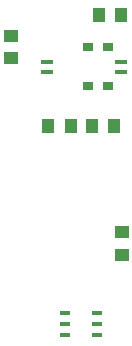
<source format=gbr>
G04 DipTrace 2.4.0.2*
%INBottomPaste.gbr*%
%MOMM*%
%ADD54R,1.0X0.4*%
%ADD60R,0.9X0.4*%
%ADD82R,0.9X0.8*%
%ADD86R,1.3X1.1*%
%ADD88R,1.1X1.3*%
%FSLAX53Y53*%
G04*
G71*
G90*
G75*
G01*
%LNBotPaste*%
%LPD*%
D88*
X10726Y21462D3*
X12626D3*
D86*
X7552Y29100D3*
Y27200D3*
D88*
X16914Y30816D3*
X15014D3*
D82*
X15798Y24850D3*
X14099D3*
X15798Y28127D3*
X14099D3*
D86*
X16947Y10564D3*
Y12464D3*
D60*
X14812Y5624D3*
Y4674D3*
Y3724D3*
X12112D3*
Y4674D3*
Y5624D3*
D54*
X16916Y26908D3*
X10616D3*
X16916Y26008D3*
X10616D3*
D88*
X16301Y21482D3*
X14401D3*
M02*

</source>
